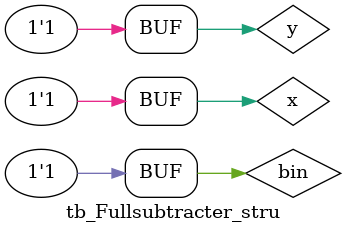
<source format=v>
`timescale 1ns/10ps

module tb_Fullsubtracter_stru;
	reg	x, y, bin;
	wire	d, b;
	
	Fullsubtracter_stru tb(x, y, bin, d, b);

	initial
	begin
		$dumpfile("test_Fullsubtracter_stru_out.vcd");
		$dumpvars(-1,tb);
		$monitor("%b", d);
		$monitor("%b", b);
	end

	initial
		begin
			x = 0; y = 0; bin = 0; #100;
			x = 0; y = 1; bin = 0; #100;
			x = 1; y = 0; bin = 0; #100;
			x = 1; y = 1; bin = 0; #100;
			x = 0; y = 0; bin = 1; #100;
			x = 0; y = 1; bin = 1; #100;
			x = 1; y = 0; bin = 1; #100;
			x = 1; y = 1; bin = 1; #100;
		end

endmodule
</source>
